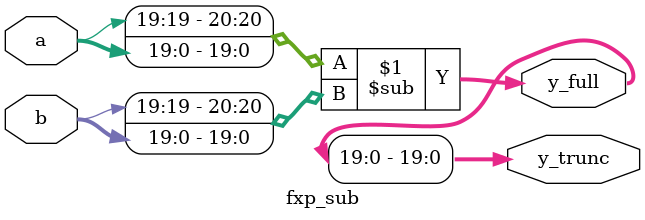
<source format=v>
module fxp_sub
    #(parameter N = 20)
     (
         input  signed [N-1:0] a,
         input  signed [N-1:0] b,
         output signed [N  :0] y_full,
         output signed [N-1:0] y_trunc
     );
    assign y_full  = $signed(a) - $signed(b);
    assign y_trunc = y_full[N-1:0];
endmodule
</source>
